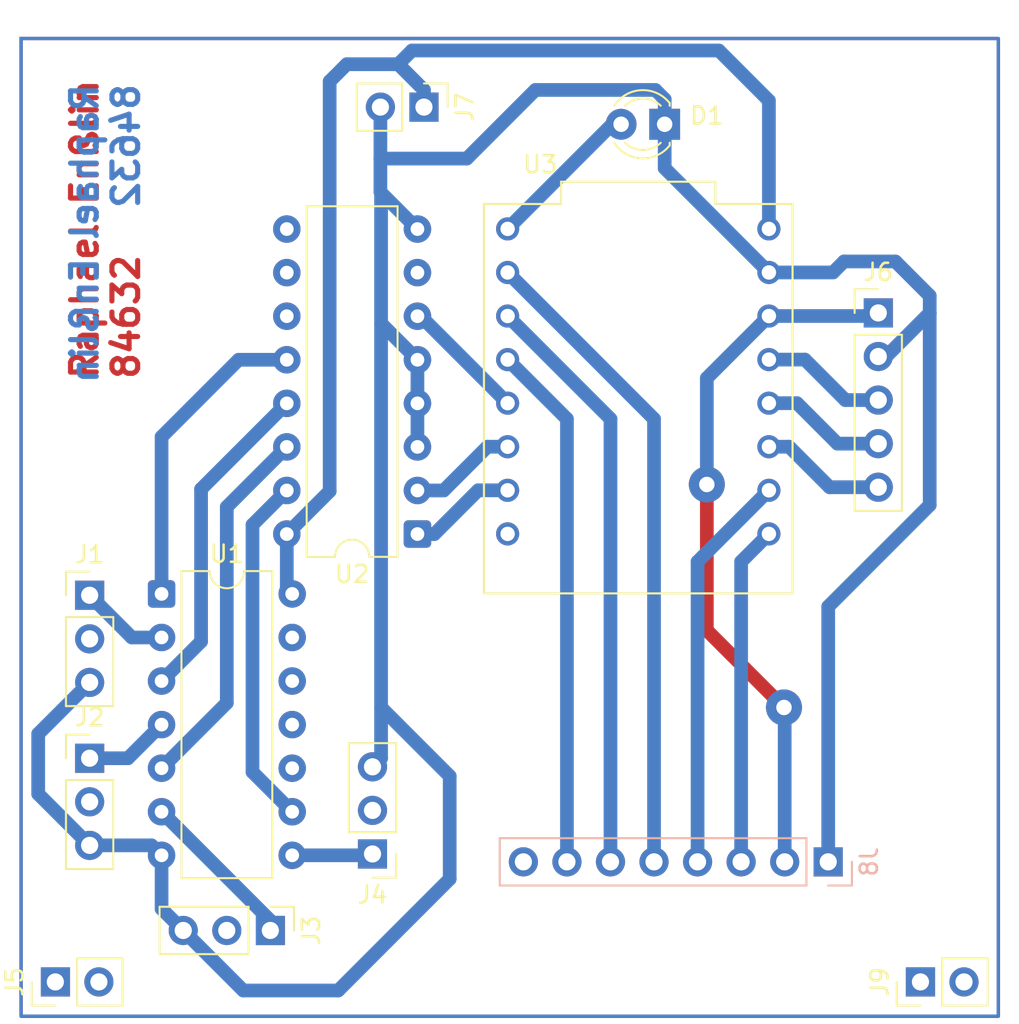
<source format=kicad_pcb>
(kicad_pcb (version 20241229) (generator "pcbnew") (generator_version "9.0")
  (layers (0 "F.Cu" signal) (2 "B.Cu" signal) (13 "F.Paste" user) (15 "B.Paste" user) (5 "F.SilkS" user "F.Silkscreen") (7 "B.SilkS" user "B.Silkscreen") (1 "F.Mask" user) (3 "B.Mask" user) (25 "Edge.Cuts" user))
  (net 0 "")
  (net 1 "VSS")
  (net 2 "GND")
  (net 3 "Net-(D1-A)")
  (net 4 "+3V3")
  (net 5 "Net-(J1-Pin_1)")
  (net 8 "Net-(J2-Pin_1)")
  (net 10 "Net-(J3-Pin_1)")
  (net 11 "Net-(J4-Pin_1)")
  (net 13 "Net-(U2-O0)")
  (net 18 "Net-(U2-O1)")
  (net 19 "Net-(U2-O3)")
  (net 20 "Net-(U2-O2)")
  (net 26 "Net-(J6-Pin_4)")
  (net 27 "Net-(J6-Pin_3)")
  (net 28 "Net-(J6-Pin_5)")
  (net 29 "Net-(J8-Pin_4)")
  (net 30 "Net-(J8-Pin_3)")
  (net 31 "Net-(U2-A1)")
  (net 32 "Net-(U2-E3)")
  (net 33 "Net-(U2-A0)")
  (net 35 "GPIO6")
  (net 36 "GPIO7")
  (net 37 "GPIO8")
  (footprint "Connector_PinHeader_2.54mm:PinHeader_1x02_P2.54mm_Vertical" (layer "F.Cu") (at 111 135 90)
    (property "Reference" "J5" (at 0 -2.38 90) (layer "F.SilkS"))
    (property "Value" "align2")
    (fp_line (start -1.38 -1.38) (end 0 -1.38) (stroke (width 0.12)) (layer "F.SilkS"))
    (fp_line (start -1.38 0) (end -1.38 -1.38) (stroke (width 0.12)) (layer "F.SilkS"))
    (fp_line (start 1.38 1.27) (end 1.38 3.92) (stroke (width 0.12)) (layer "F.SilkS"))
    (fp_line (start -1.38 1.27) (end 1.38 1.27) (stroke (width 0.12)) (layer "F.SilkS"))
    (fp_line (start -1.38 1.27) (end -1.38 3.92) (stroke (width 0.12)) (layer "F.SilkS"))
    (fp_line (start -1.38 3.92) (end 1.38 3.92) (stroke (width 0.12)) (layer "F.SilkS"))
    (pad "1" thru_hole rect (at 0 0 90) (size 1.7 1.7) (drill 1) (layers "*.Cu" "*.Mask"))
    (pad "2" thru_hole circle (at 0 2.54 90) (size 1.7 1.7) (drill 1) (layers "*.Cu" "*.Mask"))
  )
  (footprint "Connector_PinHeader_2.54mm:PinHeader_1x03_P2.54mm_Vertical" (layer "F.Cu") (at 113 112.46)
    (property "Reference" "J1" (at 0 -2.38 0) (layer "F.SilkS"))
    (property "Value" "Conn_01x03_Pin")
    (fp_line (start -1.38 -1.38) (end 0 -1.38) (stroke (width 0.12)) (layer "F.SilkS"))
    (fp_line (start -1.38 0) (end -1.38 -1.38) (stroke (width 0.12)) (layer "F.SilkS"))
    (fp_line (start -1.38 1.27) (end -1.38 6.46) (stroke (width 0.12)) (layer "F.SilkS"))
    (fp_line (start -1.38 1.27) (end 1.38 1.27) (stroke (width 0.12)) (layer "F.SilkS"))
    (fp_line (start -1.38 6.46) (end 1.38 6.46) (stroke (width 0.12)) (layer "F.SilkS"))
    (fp_line (start 1.38 1.27) (end 1.38 6.46) (stroke (width 0.12)) (layer "F.SilkS"))
    (pad "1" thru_hole rect (at 0 0) (size 1.7 1.7) (drill 1) (layers "*.Cu" "*.Mask") (net 5 "Net-(J1-Pin_1)"))
    (pad "2" thru_hole circle (at 0 2.54) (size 1.7 1.7) (drill 1) (layers "*.Cu" "*.Mask"))
    (pad "3" thru_hole circle (at 0 5.08) (size 1.7 1.7) (drill 1) (layers "*.Cu" "*.Mask") (net 2 "GND"))
  )
  (footprint "Package_DIP:DIP-14_W7.62mm" (layer "F.Cu") (at 117.195 112.38)
    (property "Reference" "U1" (at 3.81 -2.33 0) (layer "F.SilkS"))
    (property "Value" "74LS04" (hide yes))
    (fp_line (start 1.16 -1.33) (end 1.16 16.57) (stroke (width 0.12)) (layer "F.SilkS"))
    (fp_line (start 1.16 16.57) (end 6.46 16.57) (stroke (width 0.12)) (layer "F.SilkS"))
    (fp_line (start 2.81 -1.33) (end 1.16 -1.33) (stroke (width 0.12)) (layer "F.SilkS"))
    (fp_line (start 6.46 -1.33) (end 4.81 -1.33) (stroke (width 0.12)) (layer "F.SilkS"))
    (fp_line (start 6.46 16.57) (end 6.46 -1.33) (stroke (width 0.12)) (layer "F.SilkS"))
    (fp_arc (start 4.81 -1.33) (mid 3.81 -0.33) (end 2.81 -1.33) (stroke (width 0.12)) (layer "F.SilkS"))
    (pad "1" thru_hole roundrect (at 0 0) (size 1.6 1.6) (drill 0.8) (layers "*.Cu" "*.Mask") (roundrect_rratio 0.15625) (net 19 "Net-(U2-O3)"))
    (pad "2" thru_hole circle (at 0 2.54) (size 1.6 1.6) (drill 0.8) (layers "*.Cu" "*.Mask") (net 5 "Net-(J1-Pin_1)"))
    (pad "3" thru_hole circle (at 0 5.08) (size 1.6 1.6) (drill 0.8) (layers "*.Cu" "*.Mask") (net 20 "Net-(U2-O2)"))
    (pad "4" thru_hole circle (at 0 7.62) (size 1.6 1.6) (drill 0.8) (layers "*.Cu" "*.Mask") (net 8 "Net-(J2-Pin_1)"))
    (pad "5" thru_hole circle (at 0 10.16) (size 1.6 1.6) (drill 0.8) (layers "*.Cu" "*.Mask") (net 18 "Net-(U2-O1)"))
    (pad "6" thru_hole circle (at 0 12.7) (size 1.6 1.6) (drill 0.8) (layers "*.Cu" "*.Mask") (net 10 "Net-(J3-Pin_1)"))
    (pad "7" thru_hole circle (at 0 15.24) (size 1.6 1.6) (drill 0.8) (layers "*.Cu" "*.Mask") (net 2 "GND"))
    (pad "8" thru_hole circle (at 7.62 15.24) (size 1.6 1.6) (drill 0.8) (layers "*.Cu" "*.Mask") (net 11 "Net-(J4-Pin_1)"))
    (pad "9" thru_hole circle (at 7.62 12.7) (size 1.6 1.6) (drill 0.8) (layers "*.Cu" "*.Mask") (net 13 "Net-(U2-O0)"))
    (pad "10" thru_hole circle (at 7.62 10.16) (size 1.6 1.6) (drill 0.8) (layers "*.Cu" "*.Mask"))
    (pad "11" thru_hole circle (at 7.62 7.62) (size 1.6 1.6) (drill 0.8) (layers "*.Cu" "*.Mask"))
    (pad "12" thru_hole circle (at 7.62 5.08) (size 1.6 1.6) (drill 0.8) (layers "*.Cu" "*.Mask"))
    (pad "13" thru_hole circle (at 7.62 2.54) (size 1.6 1.6) (drill 0.8) (layers "*.Cu" "*.Mask"))
    (pad "14" thru_hole circle (at 7.62 0) (size 1.6 1.6) (drill 0.8) (layers "*.Cu" "*.Mask") (net 1 "VSS"))
  )
  (footprint "Connector_PinHeader_2.54mm:PinHeader_1x03_P2.54mm_Vertical" (layer "F.Cu") (at 129.5 127.54 180)
    (property "Reference" "J4" (at 0 -2.38 0) (layer "F.SilkS"))
    (property "Value" "Conn_01x03_Pin")
    (fp_line (start 1.38 1.27) (end 1.38 6.46) (stroke (width 0.12)) (layer "F.SilkS"))
    (fp_line (start -1.38 6.46) (end 1.38 6.46) (stroke (width 0.12)) (layer "F.SilkS"))
    (fp_line (start -1.38 1.27) (end 1.38 1.27) (stroke (width 0.12)) (layer "F.SilkS"))
    (fp_line (start -1.38 1.27) (end -1.38 6.46) (stroke (width 0.12)) (layer "F.SilkS"))
    (fp_line (start -1.38 0) (end -1.38 -1.38) (stroke (width 0.12)) (layer "F.SilkS"))
    (fp_line (start -1.38 -1.38) (end 0 -1.38) (stroke (width 0.12)) (layer "F.SilkS"))
    (pad "1" thru_hole rect (at 0 0 180) (size 1.7 1.7) (drill 1) (layers "*.Cu" "*.Mask") (net 11 "Net-(J4-Pin_1)"))
    (pad "2" thru_hole circle (at 0 2.54 180) (size 1.7 1.7) (drill 1) (layers "*.Cu" "*.Mask"))
    (pad "3" thru_hole circle (at 0 5.08 180) (size 1.7 1.7) (drill 1) (layers "*.Cu" "*.Mask") (net 2 "GND"))
  )
  (footprint "LED_THT:LED_D3.0mm" (layer "F.Cu") (at 146.54 85 180)
    (property "Reference" "D1" (at -2.46 0.5 0) (layer "F.SilkS"))
    (property "Value" "LED")
    (fp_line (start -0.29 1.08) (end -0.29 1.236) (stroke (width 0.12)) (layer "F.SilkS"))
    (fp_line (start -0.29 -1.236) (end -0.29 -1.08) (stroke (width 0.12)) (layer "F.SilkS"))
    (fp_arc (start 2.941437 1.08) (mid 1.36566 1.987699) (end -0.29 1.235516) (stroke (width 0.12)) (layer "F.SilkS"))
    (fp_arc (start 2.310961 1.08) (mid 1.27 1.5) (end 0.229039 1.08) (stroke (width 0.12)) (layer "F.SilkS"))
    (fp_arc (start 0.229039 -1.08) (mid 1.27 -1.5) (end 2.310961 -1.08) (stroke (width 0.12)) (layer "F.SilkS"))
    (fp_arc (start -0.29 -1.235516) (mid 1.36566 -1.987699) (end 2.941437 -1.08) (stroke (width 0.12)) (layer "F.SilkS"))
    (pad "1" thru_hole rect (at 0 0 180) (size 1.8 1.8) (drill 0.9) (layers "*.Cu" "*.Mask") (net 2 "GND"))
    (pad "2" thru_hole circle (at 2.54 0 180) (size 1.8 1.8) (drill 0.9) (layers "*.Cu" "*.Mask") (net 3 "Net-(D1-A)"))
  )
  (footprint "ESP32-C3-SuperMini:MODULE_ESP32-C3_SUPERMINI_TH" (layer "F.Cu") (at 145 101)
    (property "Reference" "U3" (at -5.715 -13.6525 0) (layer "F.SilkS"))
    (property "Value" "ESP32-C3_SUPERMINI_TH" (hide yes))
    (fp_line (start -9 11.35) (end -9 -11.35) (stroke (width 0.127)) (layer "F.SilkS"))
    (fp_line (start -4.5 -12.65) (end -4.5 -11.35) (stroke (width 0.127)) (layer "F.SilkS"))
    (fp_line (start -4.5 -11.35) (end -9 -11.35) (stroke (width 0.127)) (layer "F.SilkS"))
    (fp_line (start 4.5 -12.65) (end -4.5 -12.65) (stroke (width 0.127)) (layer "F.SilkS"))
    (fp_line (start 4.5 -12.65) (end 4.5 -11.35) (stroke (width 0.127)) (layer "F.SilkS"))
    (fp_line (start 9 -11.35) (end 4.5 -11.35) (stroke (width 0.127)) (layer "F.SilkS"))
    (fp_line (start 9 11.35) (end -9 11.35) (stroke (width 0.127)) (layer "F.SilkS"))
    (fp_line (start 9 11.35) (end 9 -11.35) (stroke (width 0.127)) (layer "F.SilkS"))
    (pad "0" thru_hole circle (at 7.62 7.88) (size 1.348 1.348) (drill 0.84) (layers "*.Cu" "*.Mask") (net 30 "Net-(J8-Pin_3)"))
    (pad "1" thru_hole circle (at 7.62 5.34) (size 1.348 1.348) (drill 0.84) (layers "*.Cu" "*.Mask") (net 29 "Net-(J8-Pin_4)"))
    (pad "2" thru_hole circle (at 7.62 2.8) (size 1.348 1.348) (drill 0.84) (layers "*.Cu" "*.Mask") (net 28 "Net-(J6-Pin_5)"))
    (pad "3" thru_hole circle (at 7.62 0.26) (size 1.348 1.348) (drill 0.84) (layers "*.Cu" "*.Mask") (net 26 "Net-(J6-Pin_4)"))
    (pad "3.3" thru_hole circle (at 7.62 -4.82) (size 1.348 1.348) (drill 0.84) (layers "*.Cu" "*.Mask") (net 4 "+3V3"))
    (pad "4" thru_hole circle (at 7.62 -2.28) (size 1.348 1.348) (drill 0.84) (layers "*.Cu" "*.Mask") (net 27 "Net-(J6-Pin_3)"))
    (pad "5" thru_hole circle (at -7.62 -9.9) (size 1.348 1.348) (drill 0.84) (layers "*.Cu" "*.Mask") (net 3 "Net-(D1-A)"))
    (pad "5V" thru_hole circle (at 7.62 -9.9) (size 1.348 1.348) (drill 0.84) (layers "*.Cu" "*.Mask") (net 1 "VSS"))
    (pad "6" thru_hole circle (at -7.62 -7.36) (size 1.348 1.348) (drill 0.84) (layers "*.Cu" "*.Mask") (net 35 "GPIO6"))
    (pad "7" thru_hole circle (at -7.62 -4.82) (size 1.348 1.348) (drill 0.84) (layers "*.Cu" "*.Mask") (net 36 "GPIO7"))
    (pad "8" thru_hole circle (at -7.62 -2.28) (size 1.348 1.348) (drill 0.84) (layers "*.Cu" "*.Mask") (net 37 "GPIO8"))
    (pad "9" thru_hole circle (at -7.62 0.26) (size 1.348 1.348) (drill 0.84) (layers "*.Cu" "*.Mask") (net 32 "Net-(U2-E3)"))
    (pad "10" thru_hole circle (at -7.62 2.8) (size 1.348 1.348) (drill 0.84) (layers "*.Cu" "*.Mask") (net 31 "Net-(U2-A1)"))
    (pad "20" thru_hole circle (at -7.62 5.34) (size 1.348 1.348) (drill 0.84) (layers "*.Cu" "*.Mask") (net 33 "Net-(U2-A0)"))
    (pad "21" thru_hole circle (at -7.62 7.88) (size 1.348 1.348) (drill 0.84) (layers "*.Cu" "*.Mask"))
    (pad "G" thru_hole circle (at 7.62 -7.36) (size 1.348 1.348) (drill 0.84) (layers "*.Cu" "*.Mask") (net 2 "GND"))
  )
  (footprint "Connector_PinHeader_2.54mm:PinHeader_1x03_P2.54mm_Vertical" (layer "F.Cu") (at 123.54 132 -90)
    (property "Reference" "J3" (at 0 -2.38 90) (layer "F.SilkS"))
    (property "Value" "Conn_01x03_Pin")
    (fp_line (start -1.38 6.46) (end 1.38 6.46) (stroke (width 0.12)) (layer "F.SilkS"))
    (fp_line (start -1.38 1.27) (end -1.38 6.46) (stroke (width 0.12)) (layer "F.SilkS"))
    (fp_line (start -1.38 1.27) (end 1.38 1.27) (stroke (width 0.12)) (layer "F.SilkS"))
    (fp_line (start 1.38 1.27) (end 1.38 6.46) (stroke (width 0.12)) (layer "F.SilkS"))
    (fp_line (start -1.38 0) (end -1.38 -1.38) (stroke (width 0.12)) (layer "F.SilkS"))
    (fp_line (start -1.38 -1.38) (end 0 -1.38) (stroke (width 0.12)) (layer "F.SilkS"))
    (pad "1" thru_hole rect (at 0 0 270) (size 1.7 1.7) (drill 1) (layers "*.Cu" "*.Mask") (net 10 "Net-(J3-Pin_1)"))
    (pad "2" thru_hole circle (at 0 2.54 270) (size 1.7 1.7) (drill 1) (layers "*.Cu" "*.Mask"))
    (pad "3" thru_hole circle (at 0 5.08 270) (size 1.7 1.7) (drill 1) (layers "*.Cu" "*.Mask") (net 2 "GND"))
  )
  (footprint "Connector_PinHeader_2.54mm:PinHeader_1x02_P2.54mm_Vertical" (layer "F.Cu") (at 132.5 84 -90)
    (property "Reference" "J7" (at 0 -2.38 90) (layer "F.SilkS"))
    (property "Value" "Conn_01x02_Pin")
    (fp_line (start -1.38 3.92) (end 1.38 3.92) (stroke (width 0.12)) (layer "F.SilkS"))
    (fp_line (start -1.38 1.27) (end -1.38 3.92) (stroke (width 0.12)) (layer "F.SilkS"))
    (fp_line (start -1.38 1.27) (end 1.38 1.27) (stroke (width 0.12)) (layer "F.SilkS"))
    (fp_line (start 1.38 1.27) (end 1.38 3.92) (stroke (width 0.12)) (layer "F.SilkS"))
    (fp_line (start -1.38 0) (end -1.38 -1.38) (stroke (width 0.12)) (layer "F.SilkS"))
    (fp_line (start -1.38 -1.38) (end 0 -1.38) (stroke (width 0.12)) (layer "F.SilkS"))
    (pad "1" thru_hole rect (at 0 0 270) (size 1.7 1.7) (drill 1) (layers "*.Cu" "*.Mask") (net 1 "VSS"))
    (pad "2" thru_hole circle (at 0 2.54 270) (size 1.7 1.7) (drill 1) (layers "*.Cu" "*.Mask") (net 2 "GND"))
  )
  (footprint "Package_DIP:DIP-16_W7.62mm" (layer "F.Cu") (at 132.12 108.89 180)
    (property "Reference" "U2" (at 3.81 -2.33 0) (layer "F.SilkS"))
    (property "Value" "74LS138")
    (fp_line (start 6.46 19.11) (end 6.46 -1.33) (stroke (width 0.12)) (layer "F.SilkS"))
    (fp_line (start 6.46 -1.33) (end 4.81 -1.33) (stroke (width 0.12)) (layer "F.SilkS"))
    (fp_line (start 2.81 -1.33) (end 1.16 -1.33) (stroke (width 0.12)) (layer "F.SilkS"))
    (fp_line (start 1.16 19.11) (end 6.46 19.11) (stroke (width 0.12)) (layer "F.SilkS"))
    (fp_line (start 1.16 -1.33) (end 1.16 19.11) (stroke (width 0.12)) (layer "F.SilkS"))
    (fp_arc (start 4.81 -1.33) (mid 3.81 -0.33) (end 2.81 -1.33) (stroke (width 0.12)) (layer "F.SilkS"))
    (pad "1" thru_hole roundrect (at 0 0 180) (size 1.6 1.6) (drill 0.8) (layers "*.Cu" "*.Mask") (roundrect_rratio 0.15625) (net 33 "Net-(U2-A0)"))
    (pad "2" thru_hole circle (at 0 2.54 180) (size 1.6 1.6) (drill 0.8) (layers "*.Cu" "*.Mask") (net 31 "Net-(U2-A1)"))
    (pad "3" thru_hole circle (at 0 5.08 180) (size 1.6 1.6) (drill 0.8) (layers "*.Cu" "*.Mask") (net 2 "GND"))
    (pad "4" thru_hole circle (at 0 7.62 180) (size 1.6 1.6) (drill 0.8) (layers "*.Cu" "*.Mask") (net 2 "GND"))
    (pad "5" thru_hole circle (at 0 10.16 180) (size 1.6 1.6) (drill 0.8) (layers "*.Cu" "*.Mask") (net 2 "GND"))
    (pad "6" thru_hole circle (at 0 12.7 180) (size 1.6 1.6) (drill 0.8) (layers "*.Cu" "*.Mask") (net 32 "Net-(U2-E3)"))
    (pad "7" thru_hole circle (at 0 15.24 180) (size 1.6 1.6) (drill 0.8) (layers "*.Cu" "*.Mask"))
    (pad "8" thru_hole circle (at 0 17.78 180) (size 1.6 1.6) (drill 0.8) (layers "*.Cu" "*.Mask") (net 2 "GND"))
    (pad "9" thru_hole circle (at 7.62 17.78 180) (size 1.6 1.6) (drill 0.8) (layers "*.Cu" "*.Mask"))
    (pad "10" thru_hole circle (at 7.62 15.24 180) (size 1.6 1.6) (drill 0.8) (layers "*.Cu" "*.Mask"))
    (pad "11" thru_hole circle (at 7.62 12.7 180) (size 1.6 1.6) (drill 0.8) (layers "*.Cu" "*.Mask"))
    (pad "12" thru_hole circle (at 7.62 10.16 180) (size 1.6 1.6) (drill 0.8) (layers "*.Cu" "*.Mask") (net 19 "Net-(U2-O3)"))
    (pad "13" thru_hole circle (at 7.62 7.62 180) (size 1.6 1.6) (drill 0.8) (layers "*.Cu" "*.Mask") (net 20 "Net-(U2-O2)"))
    (pad "14" thru_hole circle (at 7.62 5.08 180) (size 1.6 1.6) (drill 0.8) (layers "*.Cu" "*.Mask") (net 18 "Net-(U2-O1)"))
    (pad "15" thru_hole circle (at 7.62 2.54 180) (size 1.6 1.6) (drill 0.8) (layers "*.Cu" "*.Mask") (net 13 "Net-(U2-O0)"))
    (pad "16" thru_hole circle (at 7.62 0 180) (size 1.6 1.6) (drill 0.8) (layers "*.Cu" "*.Mask") (net 1 "VSS"))
  )
  (footprint "Connector_PinHeader_2.54mm:PinHeader_1x02_P2.54mm_Vertical" (layer "F.Cu") (at 161.46 135 90)
    (property "Reference" "J9" (at 0 -2.38 90) (layer "F.SilkS"))
    (property "Value" "align1")
    (fp_line (start -1.38 -1.38) (end 0 -1.38) (stroke (width 0.12)) (layer "F.SilkS"))
    (fp_line (start -1.38 0) (end -1.38 -1.38) (stroke (width 0.12)) (layer "F.SilkS"))
    (fp_line (start 1.38 1.27) (end 1.38 3.92) (stroke (width 0.12)) (layer "F.SilkS"))
    (fp_line (start -1.38 1.27) (end 1.38 1.27) (stroke (width 0.12)) (layer "F.SilkS"))
    (fp_line (start -1.38 1.27) (end -1.38 3.92) (stroke (width 0.12)) (layer "F.SilkS"))
    (fp_line (start -1.38 3.92) (end 1.38 3.92) (stroke (width 0.12)) (layer "F.SilkS"))
    (pad "1" thru_hole rect (at 0 0 90) (size 1.7 1.7) (drill 1) (layers "*.Cu" "*.Mask"))
    (pad "2" thru_hole circle (at 0 2.54 90) (size 1.7 1.7) (drill 1) (layers "*.Cu" "*.Mask"))
  )
  (footprint "Connector_PinHeader_2.54mm:PinHeader_1x03_P2.54mm_Vertical" (layer "F.Cu") (at 113 121.96)
    (property "Reference" "J2" (at 0 -2.38 0) (layer "F.SilkS"))
    (property "Value" "Conn_01x03_Pin")
    (fp_line (start -1.38 -1.38) (end 0 -1.38) (stroke (width 0.12)) (layer "F.SilkS"))
    (fp_line (start -1.38 0) (end -1.38 -1.38) (stroke (width 0.12)) (layer "F.SilkS"))
    (fp_line (start -1.38 1.27) (end -1.38 6.46) (stroke (width 0.12)) (layer "F.SilkS"))
    (fp_line (start -1.38 1.27) (end 1.38 1.27) (stroke (width 0.12)) (layer "F.SilkS"))
    (fp_line (start -1.38 6.46) (end 1.38 6.46) (stroke (width 0.12)) (layer "F.SilkS"))
    (fp_line (start 1.38 1.27) (end 1.38 6.46) (stroke (width 0.12)) (layer "F.SilkS"))
    (pad "1" thru_hole rect (at 0 0) (size 1.7 1.7) (drill 1) (layers "*.Cu" "*.Mask") (net 8 "Net-(J2-Pin_1)"))
    (pad "2" thru_hole circle (at 0 2.54) (size 1.7 1.7) (drill 1) (layers "*.Cu" "*.Mask"))
    (pad "3" thru_hole circle (at 0 5.08) (size 1.7 1.7) (drill 1) (layers "*.Cu" "*.Mask") (net 2 "GND"))
  )
  (footprint "Connector_PinHeader_2.54mm:PinHeader_1x05_P2.54mm_Vertical" (layer "F.Cu") (at 159 96)
    (property "Reference" "J6" (at 0 -2.38 0) (layer "F.SilkS"))
    (property "Value" "Conn_01x05_Pin" (hide yes))
    (fp_line (start -1.38 -1.38) (end 0 -1.38) (stroke (width 0.12)) (layer "F.SilkS"))
    (fp_line (start -1.38 0) (end -1.38 -1.38) (stroke (width 0.12)) (layer "F.SilkS"))
    (fp_line (start -1.38 1.27) (end -1.38 11.54) (stroke (width 0.12)) (layer "F.SilkS"))
    (fp_line (start -1.38 1.27) (end 1.38 1.27) (stroke (width 0.12)) (layer "F.SilkS"))
    (fp_line (start -1.38 11.54) (end 1.38 11.54) (stroke (width 0.12)) (layer "F.SilkS"))
    (fp_line (start 1.38 1.27) (end 1.38 11.54) (stroke (width 0.12)) (layer "F.SilkS"))
    (pad "1" thru_hole rect (at 0 0) (size 1.7 1.7) (drill 1) (layers "*.Cu" "*.Mask") (net 4 "+3V3"))
    (pad "2" thru_hole circle (at 0 2.54) (size 1.7 1.7) (drill 1) (layers "*.Cu" "*.Mask") (net 2 "GND"))
    (pad "3" thru_hole circle (at 0 5.08) (size 1.7 1.7) (drill 1) (layers "*.Cu" "*.Mask") (net 27 "Net-(J6-Pin_3)"))
    (pad "4" thru_hole circle (at 0 7.62) (size 1.7 1.7) (drill 1) (layers "*.Cu" "*.Mask") (net 26 "Net-(J6-Pin_4)"))
    (pad "5" thru_hole circle (at 0 10.16) (size 1.7 1.7) (drill 1) (layers "*.Cu" "*.Mask") (net 28 "Net-(J6-Pin_5)"))
  )
  (footprint "Connector_PinHeader_2.54mm:PinHeader_1x08_P2.54mm_Vertical" (layer "B.Cu") (at 156.08 128 90)
    (property "Reference" "J8" (at 0 2.38 90) (layer "B.SilkS") (effects (justify mirror)))
    (property "Value" "IMU" (hide yes))
    (fp_line (start -1.38 -19.16) (end 1.38 -19.16) (stroke (width 0.12)) (layer "B.SilkS"))
    (fp_line (start 1.38 -1.27) (end 1.38 -19.16) (stroke (width 0.12)) (layer "B.SilkS"))
    (fp_line (start -1.38 -1.27) (end -1.38 -19.16) (stroke (width 0.12)) (layer "B.SilkS"))
    (fp_line (start -1.38 -1.27) (end 1.38 -1.27) (stroke (width 0.12)) (layer "B.SilkS"))
    (fp_line (start -1.38 0) (end -1.38 1.38) (stroke (width 0.12)) (layer "B.SilkS"))
    (fp_line (start -1.38 1.38) (end 0 1.38) (stroke (width 0.12)) (layer "B.SilkS"))
    (pad "1" thru_hole rect (at 0 0 90) (size 1.7 1.7) (drill 1) (layers "*.Cu" "*.Mask") (net 2 "GND"))
    (pad "2" thru_hole circle (at 0 -2.54 90) (size 1.7 1.7) (drill 1) (layers "*.Cu" "*.Mask") (net 4 "+3V3"))
    (pad "3" thru_hole circle (at 0 -5.08 90) (size 1.7 1.7) (drill 1) (layers "*.Cu" "*.Mask") (net 30 "Net-(J8-Pin_3)"))
    (pad "4" thru_hole circle (at 0 -7.62 90) (size 1.7 1.7) (drill 1) (layers "*.Cu" "*.Mask") (net 29 "Net-(J8-Pin_4)"))
    (pad "5" thru_hole circle (at 0 -10.16 90) (size 1.7 1.7) (drill 1) (layers "*.Cu" "*.Mask") (net 35 "GPIO6"))
    (pad "6" thru_hole circle (at 0 -12.7 90) (size 1.7 1.7) (drill 1) (layers "*.Cu" "*.Mask") (net 36 "GPIO7"))
    (pad "7" thru_hole circle (at 0 -15.24 90) (size 1.7 1.7) (drill 1) (layers "*.Cu" "*.Mask") (net 37 "GPIO8"))
    (pad "8" thru_hole circle (at 0 -17.78 90) (size 1.7 1.7) (drill 1) (layers "*.Cu" "*.Mask"))
  )
  (gr_rect (start 109 80) (end 166 137) (stroke (width 0.2)) (fill no) (layer "F.Cu") (net 26))
  (gr_rect (start 109 80) (end 166 137) (stroke (width 0.2)) (fill no) (layer "B.Cu") (net 26))
  (gr_text "Raphael Enßlin\n84632\n" (at 116 100 90) (layer "F.Cu") (effects (font (size 1.5 1.5) (thickness 0.3) (bold yes)) (justify left bottom)))
  (gr_text "Raphael Enßlin\n84632\n" (at 116 82.5 90) (layer "B.Cu") (effects (font (size 1.5 1.5) (thickness 0.3) (bold yes)) (justify left bottom mirror)))
  (segment (start 124.5 112.065) (end 124.815 112.38) (width 0.8) (layer "B.Cu") (net 1))
  (segment (start 152.62 83.62) (end 152.62 91.1) (width 0.8) (layer "B.Cu") (net 1))
  (segment (start 128 81.5) (end 127 82.5) (width 0.8) (layer "B.Cu") (net 1))
  (segment (start 149.701 80.701) (end 152.62 83.62) (width 0.8) (layer "B.Cu") (net 1))
  (segment (start 132.5 84) (end 132.5 83) (width 0.8) (layer "B.Cu") (net 1))
  (segment (start 131 81.5) (end 131.799 80.701) (width 0.8) (layer "B.Cu") (net 1))
  (segment (start 132.5 83) (end 131 81.5) (width 0.8) (layer "B.Cu") (net 1))
  (segment (start 131.799 80.701) (end 149.701 80.701) (width 0.8) (layer "B.Cu") (net 1))
  (segment (start 124.5 108.89) (end 124.5 112.065) (width 0.8) (layer "B.Cu") (net 1))
  (segment (start 127 82.5) (end 127 106.39) (width 0.8) (layer "B.Cu") (net 1))
  (segment (start 131 81.5) (end 128 81.5) (width 0.8) (layer "B.Cu") (net 1))
  (segment (start 127 106.39) (end 124.5 108.89) (width 0.8) (layer "B.Cu") (net 1))
  (segment (start 162 107.2) (end 156.08 113.12) (width 0.8) (layer "B.Cu") (net 2))
  (segment (start 146.54 85) (end 146.54 83.54) (width 0.8) (layer "B.Cu") (net 2))
  (segment (start 130 119) (end 134 123) (width 0.8) (layer "B.Cu") (net 2))
  (segment (start 117.195 130.735) (end 118.46 132) (width 0.8) (layer "B.Cu") (net 2))
  (segment (start 129.96 87) (end 129.96 88.95) (width 0.8) (layer "B.Cu") (net 2))
  (segment (start 162 96) (end 162 107.2) (width 0.8) (layer "B.Cu") (net 2))
  (segment (start 130 88.99) (end 130 96.61) (width 0.8) (layer "B.Cu") (net 2))
  (segment (start 117.195 127.62) (end 117.195 130.735) (width 0.8) (layer "B.Cu") (net 2))
  (segment (start 130 119) (end 130 121.96) (width 0.8) (layer "B.Cu") (net 2))
  (segment (start 116.615 127.04) (end 117.195 127.62) (width 0.8) (layer "B.Cu") (net 2))
  (segment (start 146.54 83.54) (end 146 83) (width 0.8) (layer "B.Cu") (net 2))
  (segment (start 146.54 87.56) (end 146.54 85) (width 0.8) (layer "B.Cu") (net 2))
  (segment (start 152.62 93.64) (end 146.54 87.56) (width 0.8) (layer "B.Cu") (net 2))
  (segment (start 134 123) (end 134 129) (width 0.8) (layer "B.Cu") (net 2))
  (segment (start 110 120.54) (end 110 124.04) (width 0.8) (layer "B.Cu") (net 2))
  (segment (start 130 88.99) (end 132.12 91.11) (width 0.8) (layer "B.Cu") (net 2))
  (segment (start 152.62 93.64) (end 156.36 93.64) (width 0.8) (layer "B.Cu") (net 2))
  (segment (start 139 83) (end 146 83) (width 0.8) (layer "B.Cu") (net 2))
  (segment (start 135 87) (end 139 83) (width 0.8) (layer "B.Cu") (net 2))
  (segment (start 156.36 93.64) (end 157 93) (width 0.8) (layer "B.Cu") (net 2))
  (segment (start 132.12 98.73) (end 132.12 103.81) (width 0.8) (layer "B.Cu") (net 2))
  (segment (start 129.96 87) (end 135 87) (width 0.8) (layer "B.Cu") (net 2))
  (segment (start 130 121.96) (end 129.5 122.46) (width 0.8) (layer "B.Cu") (net 2))
  (segment (start 130 96.61) (end 132.12 98.73) (width 0.8) (layer "B.Cu") (net 2))
  (segment (start 121.96 135.5) (end 118.46 132) (width 0.8) (layer "B.Cu") (net 2))
  (segment (start 157 93) (end 160 93) (width 0.8) (layer "B.Cu") (net 2))
  (segment (start 159.46 98.54) (end 159 98.54) (width 0.8) (layer "B.Cu") (net 2))
  (segment (start 160 93) (end 162 95) (width 0.8) (layer "B.Cu") (net 2))
  (segment (start 162 96) (end 159.46 98.54) (width 0.8) (layer "B.Cu") (net 2))
  (segment (start 110 124.04) (end 113 127.04) (width 0.8) (layer "B.Cu") (net 2))
  (segment (start 129.96 88.95) (end 130 88.99) (width 0.8) (layer "B.Cu") (net 2))
  (segment (start 129.96 84) (end 129.96 87) (width 0.8) (layer "B.Cu") (net 2))
  (segment (start 156.08 113.12) (end 156.08 128) (width 0.8) (layer "B.Cu") (net 2))
  (segment (start 130 96.61) (end 130 119) (width 0.8) (layer "B.Cu") (net 2))
  (segment (start 162 95) (end 162 96) (width 0.8) (layer "B.Cu") (net 2))
  (segment (start 113 117.54) (end 110 120.54) (width 0.8) (layer "B.Cu") (net 2))
  (segment (start 113 127.04) (end 116.615 127.04) (width 0.8) (layer "B.Cu") (net 2))
  (segment (start 127.5 135.5) (end 121.96 135.5) (width 0.8) (layer "B.Cu") (net 2))
  (segment (start 134 129) (end 127.5 135.5) (width 0.8) (layer "B.Cu") (net 2))
  (segment (start 137.38 91.1) (end 143.48 85) (width 0.8) (layer "B.Cu") (net 3))
  (segment (start 143.48 85) (end 144 85) (width 0.8) (layer "B.Cu") (net 3))
  (segment (start 149 114.5) (end 153.5 119) (width 0.8) (layer "F.Cu") (net 4))
  (segment (start 149 106) (end 149 114.5) (width 0.8) (layer "F.Cu") (net 4))
  (via (at 149 106) (size 2.1) (drill 0.9) (layers "F.Cu" "B.Cu") (net 4))
  (via (at 153.5 119) (size 2.1) (drill 0.9) (layers "F.Cu" "B.Cu") (net 4))
  (segment (start 149 99.8) (end 149 106) (width 0.8) (layer "B.Cu") (net 4))
  (segment (start 153.5 119.5) (end 153.54 119.54) (width 0.8) (layer "B.Cu") (net 4))
  (segment (start 158.82 96.18) (end 159 96) (width 0.8) (layer "B.Cu") (net 4))
  (segment (start 153.5 119) (end 153.5 119.5) (width 0.8) (layer "B.Cu") (net 4))
  (segment (start 152.62 96.18) (end 149 99.8) (width 0.8) (layer "B.Cu") (net 4))
  (segment (start 153.54 119.54) (end 153.54 128) (width 0.8) (layer "B.Cu") (net 4))
  (segment (start 152.62 96.18) (end 158.82 96.18) (width 0.8) (layer "B.Cu") (net 4))
  (segment (start 117.195 114.92) (end 115.46 114.92) (width 0.8) (layer "B.Cu") (net 5))
  (segment (start 115.46 114.92) (end 113 112.46) (width 0.8) (layer "B.Cu") (net 5))
  (segment (start 115.235 121.96) (end 117.195 120) (width 0.8) (layer "B.Cu") (net 8))
  (segment (start 113 121.96) (end 115.235 121.96) (width 0.8) (layer "B.Cu") (net 8))
  (segment (start 123.54 131.425) (end 117.195 125.08) (width 0.8) (layer "B.Cu") (net 10))
  (segment (start 123.54 132) (end 123.54 131.425) (width 0.8) (layer "B.Cu") (net 10))
  (segment (start 129.42 127.62) (end 129.5 127.54) (width 0.8) (layer "B.Cu") (net 11))
  (segment (start 124.815 127.62) (end 129.42 127.62) (width 0.8) (layer "B.Cu") (net 11))
  (segment (start 122.5 122.765) (end 124.815 125.08) (width 0.8) (layer "B.Cu") (net 13))
  (segment (start 124.815 106.395) (end 124.5 106.08) (width 0.8) (layer "B.Cu") (net 13))
  (segment (start 124.5 106.35) (end 122.5 108.35) (width 0.8) (layer "B.Cu") (net 13))
  (segment (start 122.5 108.35) (end 122.5 122.765) (width 0.8) (layer "B.Cu") (net 13))
  (segment (start 121 107.31) (end 121 118.735) (width 0.8) (layer "B.Cu") (net 18))
  (segment (start 121 118.735) (end 117.195 122.54) (width 0.8) (layer "B.Cu") (net 18))
  (segment (start 124.5 103.81) (end 121 107.31) (width 0.8) (layer "B.Cu") (net 18))
  (segment (start 117.195 103.225) (end 121.69 98.73) (width 0.8) (layer "B.Cu") (net 19))
  (segment (start 121.69 98.73) (end 124.5 98.73) (width 0.8) (layer "B.Cu") (net 19))
  (segment (start 117.195 112.38) (end 117.195 103.225) (width 0.8) (layer "B.Cu") (net 19))
  (segment (start 119.5 106.27) (end 119.5 115.155) (width 0.8) (layer "B.Cu") (net 20))
  (segment (start 124.5 101.27) (end 119.5 106.27) (width 0.8) (layer "B.Cu") (net 20))
  (segment (start 119.5 115.155) (end 117.195 117.46) (width 0.8) (layer "B.Cu") (net 20))
  (segment (start 154.26 101.26) (end 156.62 103.62) (width 0.8) (layer "B.Cu") (net 26))
  (segment (start 156.62 103.62) (end 159 103.62) (width 0.8) (layer "B.Cu") (net 26))
  (segment (start 152.62 101.26) (end 154.26 101.26) (width 0.8) (layer "B.Cu") (net 26))
  (segment (start 154.72 98.72) (end 157.08 101.08) (width 0.8) (layer "B.Cu") (net 27))
  (segment (start 152.62 98.72) (end 154.72 98.72) (width 0.8) (layer "B.Cu") (net 27))
  (segment (start 157.08 101.08) (end 159 101.08) (width 0.8) (layer "B.Cu") (net 27))
  (segment (start 156.16 106.16) (end 159 106.16) (width 0.8) (layer "B.Cu") (net 28))
  (segment (start 153.8 103.8) (end 156.16 106.16) (width 0.8) (layer "B.Cu") (net 28))
  (segment (start 152.62 103.8) (end 153.8 103.8) (width 0.8) (layer "B.Cu") (net 28))
  (segment (start 148.46 110.5) (end 148.46 128) (width 0.8) (layer "B.Cu") (net 29))
  (segment (start 152.62 106.34) (end 148.46 110.5) (width 0.8) (layer "B.Cu") (net 29))
  (segment (start 151 110.5) (end 151 128) (width 0.8) (layer "B.Cu") (net 30))
  (segment (start 152.62 108.88) (end 151 110.5) (width 0.8) (layer "B.Cu") (net 30))
  (segment (start 132.12 106.35) (end 133.65 106.35) (width 0.8) (layer "B.Cu") (net 31))
  (segment (start 136.2 103.8) (end 137.38 103.8) (width 0.8) (layer "B.Cu") (net 31))
  (segment (start 133.65 106.35) (end 136.2 103.8) (width 0.8) (layer "B.Cu") (net 31))
  (segment (start 132.12 96.19) (end 132.31 96.19) (width 0.8) (layer "B.Cu") (net 32))
  (segment (start 132.31 96.19) (end 137.38 101.26) (width 0.8) (layer "B.Cu") (net 32))
  (segment (start 137.38 106.34) (end 135.66 106.34) (width 0.8) (layer "B.Cu") (net 33))
  (segment (start 135.66 106.34) (end 133.11 108.89) (width 0.8) (layer "B.Cu") (net 33))
  (segment (start 133.11 108.89) (end 132.12 108.89) (width 0.8) (layer "B.Cu") (net 33))
  (segment (start 145.92 102.18) (end 145.92 128) (width 0.8) (layer "B.Cu") (net 35))
  (segment (start 137.38 93.64) (end 145.92 102.18) (width 0.8) (layer "B.Cu") (net 35))
  (segment (start 137.38 96.18) (end 143.38 102.18) (width 0.8) (layer "B.Cu") (net 36))
  (segment (start 143.38 102.18) (end 143.38 128) (width 0.8) (layer "B.Cu") (net 36))
  (segment (start 137.38 98.72) (end 140.84 102.18) (width 0.8) (layer "B.Cu") (net 37))
  (segment (start 140.84 102.18) (end 140.84 128) (width 0.8) (layer "B.Cu") (net 37))
)
</source>
